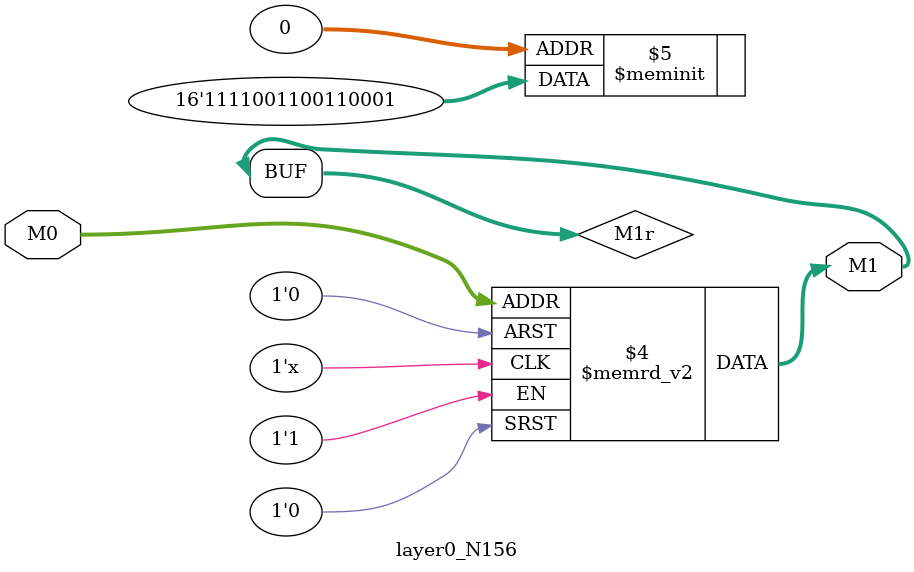
<source format=v>
module layer0_N156 ( input [2:0] M0, output [1:0] M1 );

	(*rom_style = "distributed" *) reg [1:0] M1r;
	assign M1 = M1r;
	always @ (M0) begin
		case (M0)
			3'b000: M1r = 2'b01;
			3'b100: M1r = 2'b11;
			3'b010: M1r = 2'b11;
			3'b110: M1r = 2'b11;
			3'b001: M1r = 2'b00;
			3'b101: M1r = 2'b00;
			3'b011: M1r = 2'b00;
			3'b111: M1r = 2'b11;

		endcase
	end
endmodule

</source>
